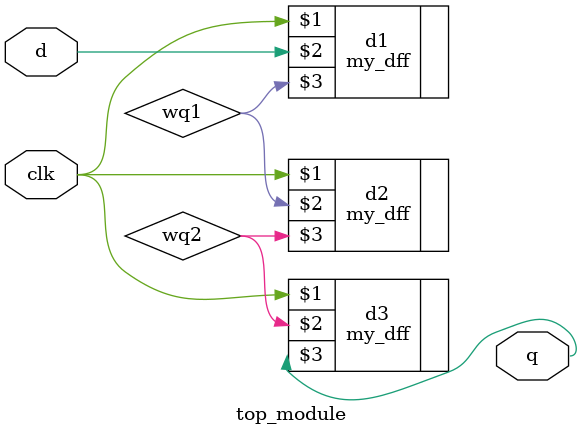
<source format=v>
module top_module ( input clk, input d, output q );
    wire wq1,wq2;
    my_dff d1(clk,d,wq1),
           d2(clk,wq1,wq2),
           d3(clk,wq2,q);
endmodule

</source>
